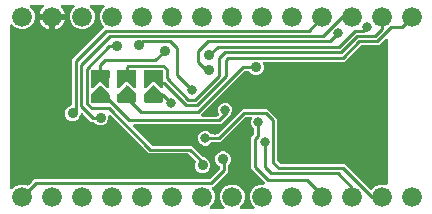
<source format=gbr>
G04 EAGLE Gerber RS-274X export*
G75*
%MOMM*%
%FSLAX34Y34*%
%LPD*%
%INBottom Copper*%
%IPPOS*%
%AMOC8*
5,1,8,0,0,1.08239X$1,22.5*%
G01*
%ADD10C,1.676400*%
%ADD11C,0.381000*%
%ADD12C,0.806400*%
%ADD13C,0.906400*%
%ADD14C,0.254000*%
%ADD15C,0.800100*%

G36*
X183004Y2558D02*
X183004Y2558D01*
X183143Y2571D01*
X183162Y2578D01*
X183182Y2581D01*
X183311Y2632D01*
X183442Y2679D01*
X183459Y2690D01*
X183478Y2698D01*
X183590Y2779D01*
X183705Y2857D01*
X183719Y2873D01*
X183735Y2884D01*
X183824Y2992D01*
X183916Y3096D01*
X183925Y3114D01*
X183938Y3129D01*
X183997Y3255D01*
X184060Y3379D01*
X184065Y3399D01*
X184073Y3417D01*
X184099Y3553D01*
X184130Y3689D01*
X184129Y3710D01*
X184133Y3729D01*
X184124Y3868D01*
X184120Y4007D01*
X184115Y4027D01*
X184113Y4047D01*
X184071Y4179D01*
X184032Y4313D01*
X184022Y4330D01*
X184015Y4349D01*
X183941Y4467D01*
X183870Y4587D01*
X183852Y4608D01*
X183845Y4618D01*
X183830Y4632D01*
X183764Y4707D01*
X181671Y6801D01*
X180085Y10628D01*
X180085Y14772D01*
X181671Y18599D01*
X184601Y21529D01*
X188428Y23115D01*
X192572Y23115D01*
X196399Y21529D01*
X199329Y18599D01*
X200915Y14772D01*
X200915Y10628D01*
X199329Y6801D01*
X197236Y4707D01*
X197151Y4598D01*
X197062Y4491D01*
X197054Y4472D01*
X197041Y4456D01*
X196986Y4328D01*
X196927Y4203D01*
X196923Y4183D01*
X196915Y4164D01*
X196893Y4026D01*
X196867Y3890D01*
X196868Y3870D01*
X196865Y3850D01*
X196878Y3711D01*
X196887Y3573D01*
X196893Y3554D01*
X196895Y3534D01*
X196942Y3402D01*
X196985Y3271D01*
X196996Y3253D01*
X197002Y3234D01*
X197080Y3119D01*
X197155Y3002D01*
X197170Y2988D01*
X197181Y2971D01*
X197285Y2879D01*
X197386Y2784D01*
X197404Y2774D01*
X197419Y2761D01*
X197544Y2697D01*
X197665Y2630D01*
X197685Y2625D01*
X197703Y2616D01*
X197838Y2586D01*
X197973Y2551D01*
X198001Y2549D01*
X198013Y2546D01*
X198033Y2547D01*
X198134Y2541D01*
X208266Y2541D01*
X208404Y2558D01*
X208543Y2571D01*
X208562Y2578D01*
X208582Y2581D01*
X208711Y2632D01*
X208842Y2679D01*
X208859Y2690D01*
X208878Y2698D01*
X208990Y2779D01*
X209105Y2857D01*
X209119Y2873D01*
X209135Y2884D01*
X209224Y2992D01*
X209316Y3096D01*
X209325Y3114D01*
X209338Y3129D01*
X209397Y3255D01*
X209460Y3379D01*
X209465Y3399D01*
X209473Y3417D01*
X209499Y3553D01*
X209530Y3689D01*
X209529Y3710D01*
X209533Y3729D01*
X209524Y3868D01*
X209520Y4007D01*
X209515Y4027D01*
X209513Y4047D01*
X209471Y4179D01*
X209432Y4313D01*
X209422Y4330D01*
X209415Y4349D01*
X209341Y4467D01*
X209270Y4587D01*
X209252Y4608D01*
X209245Y4618D01*
X209230Y4632D01*
X209164Y4707D01*
X207071Y6801D01*
X205485Y10628D01*
X205485Y14772D01*
X207071Y18599D01*
X210001Y21529D01*
X213828Y23115D01*
X216740Y23115D01*
X216878Y23132D01*
X217017Y23145D01*
X217036Y23152D01*
X217056Y23155D01*
X217185Y23206D01*
X217316Y23253D01*
X217333Y23264D01*
X217351Y23272D01*
X217464Y23353D01*
X217579Y23431D01*
X217592Y23447D01*
X217609Y23458D01*
X217697Y23566D01*
X217790Y23670D01*
X217799Y23688D01*
X217812Y23703D01*
X217871Y23829D01*
X217934Y23953D01*
X217939Y23973D01*
X217947Y23991D01*
X217973Y24127D01*
X218004Y24263D01*
X218003Y24284D01*
X218007Y24303D01*
X217998Y24442D01*
X217994Y24581D01*
X217988Y24601D01*
X217987Y24621D01*
X217944Y24753D01*
X217906Y24887D01*
X217895Y24904D01*
X217889Y24923D01*
X217815Y25041D01*
X217744Y25161D01*
X217726Y25182D01*
X217719Y25192D01*
X217704Y25206D01*
X217638Y25281D01*
X208504Y34416D01*
X206197Y36722D01*
X206197Y63080D01*
X208670Y65552D01*
X208730Y65631D01*
X208798Y65703D01*
X208827Y65756D01*
X208864Y65804D01*
X208904Y65895D01*
X208952Y65981D01*
X208967Y66040D01*
X208991Y66095D01*
X209006Y66193D01*
X209031Y66289D01*
X209037Y66389D01*
X209041Y66410D01*
X209039Y66422D01*
X209041Y66450D01*
X209041Y70186D01*
X209029Y70284D01*
X209026Y70383D01*
X209009Y70442D01*
X209001Y70502D01*
X208965Y70594D01*
X208937Y70689D01*
X208907Y70741D01*
X208884Y70797D01*
X208826Y70878D01*
X208776Y70963D01*
X208710Y71038D01*
X208698Y71055D01*
X208688Y71063D01*
X208670Y71084D01*
X207203Y72551D01*
X206279Y74780D01*
X206279Y77192D01*
X206930Y78762D01*
X206943Y78810D01*
X206964Y78855D01*
X206984Y78963D01*
X207014Y79069D01*
X207014Y79119D01*
X207024Y79168D01*
X207017Y79277D01*
X207019Y79387D01*
X207007Y79435D01*
X207004Y79485D01*
X206970Y79589D01*
X206944Y79696D01*
X206921Y79740D01*
X206906Y79787D01*
X206847Y79880D01*
X206796Y79977D01*
X206762Y80014D01*
X206736Y80056D01*
X206656Y80131D01*
X206582Y80213D01*
X206540Y80240D01*
X206504Y80274D01*
X206408Y80327D01*
X206316Y80387D01*
X206269Y80404D01*
X206226Y80428D01*
X206119Y80455D01*
X206015Y80491D01*
X205966Y80495D01*
X205918Y80507D01*
X205757Y80517D01*
X202554Y80517D01*
X202456Y80505D01*
X202357Y80502D01*
X202298Y80485D01*
X202238Y80477D01*
X202146Y80441D01*
X202051Y80413D01*
X201999Y80383D01*
X201943Y80360D01*
X201863Y80302D01*
X201777Y80252D01*
X201702Y80186D01*
X201685Y80174D01*
X201677Y80164D01*
X201656Y80146D01*
X182744Y61234D01*
X180438Y58927D01*
X173395Y58927D01*
X173297Y58915D01*
X173198Y58912D01*
X173140Y58895D01*
X173080Y58887D01*
X172988Y58851D01*
X172893Y58823D01*
X172840Y58793D01*
X172784Y58770D01*
X172704Y58712D01*
X172619Y58662D01*
X172543Y58596D01*
X172527Y58584D01*
X172519Y58574D01*
X172498Y58556D01*
X171058Y57115D01*
X168840Y56197D01*
X166440Y56197D01*
X164222Y57115D01*
X162525Y58812D01*
X161607Y61030D01*
X161607Y63430D01*
X162525Y65648D01*
X164222Y67345D01*
X166440Y68263D01*
X168840Y68263D01*
X171058Y67345D01*
X172498Y65904D01*
X172576Y65844D01*
X172648Y65776D01*
X172701Y65747D01*
X172749Y65710D01*
X172840Y65670D01*
X172927Y65622D01*
X172985Y65607D01*
X173041Y65583D01*
X173139Y65568D01*
X173235Y65543D01*
X173335Y65537D01*
X173355Y65533D01*
X173367Y65535D01*
X173395Y65533D01*
X177176Y65533D01*
X177274Y65545D01*
X177373Y65548D01*
X177432Y65565D01*
X177492Y65573D01*
X177584Y65609D01*
X177679Y65637D01*
X177731Y65667D01*
X177787Y65690D01*
X177867Y65748D01*
X177953Y65798D01*
X178028Y65864D01*
X178045Y65876D01*
X178053Y65886D01*
X178074Y65904D01*
X196986Y84816D01*
X199292Y87123D01*
X220274Y87123D01*
X228569Y78828D01*
X228569Y43582D01*
X228581Y43484D01*
X228584Y43385D01*
X228601Y43326D01*
X228609Y43266D01*
X228645Y43174D01*
X228673Y43079D01*
X228703Y43027D01*
X228726Y42971D01*
X228784Y42890D01*
X228834Y42805D01*
X228900Y42730D01*
X228912Y42713D01*
X228922Y42705D01*
X228940Y42684D01*
X230866Y40758D01*
X230945Y40698D01*
X231017Y40630D01*
X231070Y40601D01*
X231118Y40564D01*
X231209Y40524D01*
X231295Y40476D01*
X231354Y40461D01*
X231409Y40437D01*
X231507Y40422D01*
X231603Y40397D01*
X231703Y40391D01*
X231723Y40387D01*
X231736Y40389D01*
X231764Y40387D01*
X285608Y40387D01*
X307135Y18859D01*
X307230Y18786D01*
X307319Y18707D01*
X307355Y18689D01*
X307387Y18664D01*
X307496Y18617D01*
X307602Y18563D01*
X307641Y18554D01*
X307679Y18538D01*
X307796Y18519D01*
X307912Y18493D01*
X307953Y18494D01*
X307993Y18488D01*
X308111Y18499D01*
X308230Y18503D01*
X308269Y18514D01*
X308309Y18518D01*
X308421Y18558D01*
X308536Y18591D01*
X308570Y18612D01*
X308609Y18625D01*
X308707Y18692D01*
X308810Y18753D01*
X308855Y18792D01*
X308872Y18804D01*
X308885Y18819D01*
X308930Y18859D01*
X311601Y21529D01*
X315428Y23115D01*
X319572Y23115D01*
X320316Y22806D01*
X320364Y22793D01*
X320409Y22772D01*
X320517Y22751D01*
X320623Y22722D01*
X320673Y22722D01*
X320722Y22712D01*
X320831Y22719D01*
X320941Y22717D01*
X320989Y22729D01*
X321039Y22732D01*
X321143Y22766D01*
X321250Y22791D01*
X321294Y22815D01*
X321341Y22830D01*
X321434Y22889D01*
X321531Y22940D01*
X321568Y22974D01*
X321610Y23000D01*
X321685Y23080D01*
X321767Y23154D01*
X321794Y23196D01*
X321828Y23232D01*
X321881Y23328D01*
X321941Y23420D01*
X321958Y23467D01*
X321982Y23510D01*
X322009Y23617D01*
X322045Y23721D01*
X322049Y23770D01*
X322061Y23818D01*
X322071Y23979D01*
X322071Y145413D01*
X322054Y145550D01*
X322041Y145689D01*
X322034Y145708D01*
X322031Y145728D01*
X321980Y145857D01*
X321933Y145988D01*
X321922Y146005D01*
X321914Y146024D01*
X321833Y146136D01*
X321755Y146251D01*
X321739Y146265D01*
X321728Y146281D01*
X321620Y146370D01*
X321516Y146462D01*
X321498Y146471D01*
X321483Y146484D01*
X321357Y146543D01*
X321233Y146606D01*
X321213Y146611D01*
X321195Y146619D01*
X321059Y146646D01*
X320923Y146676D01*
X320902Y146675D01*
X320883Y146679D01*
X320744Y146671D01*
X320605Y146666D01*
X320585Y146661D01*
X320565Y146659D01*
X320433Y146617D01*
X320299Y146578D01*
X320282Y146568D01*
X320263Y146561D01*
X320145Y146487D01*
X320025Y146416D01*
X320004Y146398D01*
X319994Y146391D01*
X319980Y146376D01*
X319905Y146310D01*
X314564Y140969D01*
X299826Y140969D01*
X299728Y140957D01*
X299629Y140954D01*
X299571Y140937D01*
X299511Y140929D01*
X299419Y140893D01*
X299323Y140865D01*
X299271Y140835D01*
X299215Y140812D01*
X299135Y140754D01*
X299050Y140704D01*
X298974Y140638D01*
X298958Y140626D01*
X298950Y140616D01*
X298929Y140598D01*
X285584Y127253D01*
X217660Y127253D01*
X217610Y127247D01*
X217561Y127249D01*
X217453Y127227D01*
X217344Y127213D01*
X217298Y127195D01*
X217249Y127185D01*
X217151Y127137D01*
X217048Y127096D01*
X217008Y127067D01*
X216964Y127045D01*
X216880Y126974D01*
X216791Y126910D01*
X216759Y126871D01*
X216722Y126839D01*
X216658Y126749D01*
X216588Y126665D01*
X216567Y126620D01*
X216539Y126579D01*
X216500Y126476D01*
X216453Y126377D01*
X216443Y126328D01*
X216426Y126282D01*
X216414Y126172D01*
X216393Y126065D01*
X216396Y126015D01*
X216391Y125966D01*
X216406Y125857D01*
X216413Y125747D01*
X216428Y125700D01*
X216435Y125651D01*
X216487Y125498D01*
X217180Y123826D01*
X217180Y121214D01*
X216180Y118801D01*
X214334Y116955D01*
X211921Y115955D01*
X209309Y115955D01*
X206897Y116955D01*
X205006Y118846D01*
X204927Y118906D01*
X204855Y118974D01*
X204802Y119003D01*
X204754Y119040D01*
X204663Y119080D01*
X204577Y119128D01*
X204518Y119143D01*
X204463Y119167D01*
X204365Y119182D01*
X204269Y119207D01*
X204169Y119213D01*
X204148Y119217D01*
X204136Y119215D01*
X204108Y119217D01*
X201079Y119217D01*
X200981Y119205D01*
X200882Y119202D01*
X200823Y119185D01*
X200763Y119177D01*
X200671Y119141D01*
X200576Y119113D01*
X200524Y119083D01*
X200468Y119060D01*
X200388Y119002D01*
X200302Y118952D01*
X200227Y118886D01*
X200210Y118874D01*
X200203Y118864D01*
X200181Y118846D01*
X164235Y82899D01*
X164150Y82790D01*
X164061Y82683D01*
X164053Y82664D01*
X164040Y82648D01*
X163985Y82520D01*
X163926Y82395D01*
X163922Y82375D01*
X163914Y82356D01*
X163892Y82218D01*
X163866Y82082D01*
X163867Y82062D01*
X163864Y82042D01*
X163877Y81903D01*
X163886Y81765D01*
X163892Y81746D01*
X163894Y81726D01*
X163941Y81594D01*
X163984Y81463D01*
X163995Y81445D01*
X164002Y81426D01*
X164080Y81311D01*
X164154Y81194D01*
X164169Y81180D01*
X164180Y81163D01*
X164284Y81071D01*
X164386Y80976D01*
X164403Y80966D01*
X164419Y80953D01*
X164543Y80889D01*
X164664Y80822D01*
X164684Y80817D01*
X164702Y80808D01*
X164838Y80778D01*
X164972Y80743D01*
X165000Y80741D01*
X165012Y80738D01*
X165033Y80739D01*
X165133Y80733D01*
X177390Y80733D01*
X177488Y80745D01*
X177587Y80748D01*
X177646Y80765D01*
X177706Y80773D01*
X177798Y80809D01*
X177893Y80837D01*
X177945Y80867D01*
X178001Y80890D01*
X178081Y80948D01*
X178167Y80998D01*
X178242Y81064D01*
X178259Y81076D01*
X178267Y81086D01*
X178288Y81104D01*
X178910Y81727D01*
X178929Y81751D01*
X178951Y81770D01*
X179026Y81876D01*
X179105Y81979D01*
X179117Y82006D01*
X179134Y82030D01*
X179180Y82151D01*
X179232Y82270D01*
X179236Y82300D01*
X179247Y82327D01*
X179261Y82456D01*
X179282Y82584D01*
X179279Y82614D01*
X179282Y82643D01*
X179264Y82772D01*
X179252Y82901D01*
X179242Y82929D01*
X179238Y82958D01*
X179186Y83110D01*
X178339Y85154D01*
X178339Y87566D01*
X179263Y89795D01*
X180969Y91501D01*
X183198Y92425D01*
X185610Y92425D01*
X187839Y91501D01*
X189545Y89795D01*
X190469Y87566D01*
X190469Y85154D01*
X189708Y83318D01*
X189706Y83309D01*
X189701Y83301D01*
X189664Y83156D01*
X189641Y83073D01*
X189597Y83016D01*
X189593Y83007D01*
X189588Y83000D01*
X189556Y82935D01*
X187817Y81196D01*
X187763Y81164D01*
X187633Y81090D01*
X187626Y81083D01*
X187618Y81079D01*
X187497Y80972D01*
X182958Y76434D01*
X180652Y74127D01*
X107598Y74127D01*
X107460Y74110D01*
X107321Y74097D01*
X107302Y74090D01*
X107282Y74087D01*
X107153Y74036D01*
X107022Y73989D01*
X107005Y73978D01*
X106987Y73970D01*
X106874Y73889D01*
X106759Y73811D01*
X106746Y73795D01*
X106729Y73784D01*
X106641Y73676D01*
X106548Y73572D01*
X106539Y73554D01*
X106526Y73539D01*
X106467Y73413D01*
X106404Y73289D01*
X106399Y73269D01*
X106391Y73251D01*
X106365Y73115D01*
X106334Y72979D01*
X106335Y72958D01*
X106331Y72939D01*
X106340Y72800D01*
X106344Y72661D01*
X106350Y72641D01*
X106351Y72621D01*
X106394Y72489D01*
X106432Y72355D01*
X106443Y72338D01*
X106449Y72319D01*
X106523Y72201D01*
X106594Y72081D01*
X106612Y72060D01*
X106619Y72050D01*
X106634Y72036D01*
X106700Y71961D01*
X122194Y56466D01*
X122273Y56406D01*
X122345Y56338D01*
X122398Y56309D01*
X122446Y56272D01*
X122537Y56232D01*
X122623Y56184D01*
X122682Y56169D01*
X122737Y56145D01*
X122835Y56130D01*
X122931Y56105D01*
X123031Y56099D01*
X123052Y56095D01*
X123064Y56097D01*
X123092Y56095D01*
X156054Y56095D01*
X165628Y46520D01*
X165707Y46460D01*
X165779Y46392D01*
X165832Y46363D01*
X165880Y46326D01*
X165971Y46286D01*
X166057Y46238D01*
X166116Y46223D01*
X166171Y46199D01*
X166269Y46184D01*
X166365Y46159D01*
X166465Y46153D01*
X166486Y46149D01*
X166498Y46151D01*
X166526Y46149D01*
X166660Y46149D01*
X169073Y45149D01*
X170919Y43303D01*
X171919Y40890D01*
X171919Y38278D01*
X170919Y35865D01*
X169073Y34019D01*
X166660Y33019D01*
X164048Y33019D01*
X161635Y34019D01*
X159789Y35865D01*
X158789Y38278D01*
X158789Y40890D01*
X159381Y42318D01*
X159389Y42347D01*
X159402Y42373D01*
X159431Y42500D01*
X159465Y42625D01*
X159465Y42654D01*
X159472Y42683D01*
X159468Y42813D01*
X159470Y42943D01*
X159463Y42972D01*
X159462Y43001D01*
X159426Y43126D01*
X159396Y43252D01*
X159382Y43278D01*
X159374Y43307D01*
X159308Y43418D01*
X159247Y43533D01*
X159227Y43555D01*
X159212Y43581D01*
X159106Y43701D01*
X153690Y49118D01*
X153611Y49178D01*
X153539Y49246D01*
X153486Y49275D01*
X153438Y49312D01*
X153347Y49352D01*
X153261Y49400D01*
X153202Y49415D01*
X153147Y49439D01*
X153049Y49454D01*
X152953Y49479D01*
X152853Y49485D01*
X152832Y49489D01*
X152820Y49487D01*
X152792Y49489D01*
X119830Y49489D01*
X87725Y81594D01*
X87616Y81679D01*
X87509Y81768D01*
X87490Y81776D01*
X87474Y81789D01*
X87346Y81844D01*
X87221Y81903D01*
X87201Y81907D01*
X87182Y81915D01*
X87044Y81937D01*
X86908Y81963D01*
X86888Y81962D01*
X86868Y81965D01*
X86729Y81952D01*
X86591Y81943D01*
X86572Y81937D01*
X86552Y81935D01*
X86420Y81888D01*
X86289Y81845D01*
X86271Y81834D01*
X86252Y81827D01*
X86137Y81749D01*
X86020Y81675D01*
X86006Y81660D01*
X85989Y81649D01*
X85897Y81545D01*
X85802Y81443D01*
X85792Y81426D01*
X85779Y81410D01*
X85715Y81287D01*
X85648Y81165D01*
X85643Y81145D01*
X85634Y81127D01*
X85604Y80991D01*
X85569Y80857D01*
X85567Y80829D01*
X85564Y80817D01*
X85565Y80796D01*
X85559Y80696D01*
X85559Y78490D01*
X84559Y76077D01*
X82713Y74231D01*
X80300Y73231D01*
X77688Y73231D01*
X75275Y74231D01*
X73385Y76122D01*
X73306Y76182D01*
X73234Y76250D01*
X73181Y76279D01*
X73133Y76316D01*
X73042Y76356D01*
X72956Y76404D01*
X72897Y76419D01*
X72841Y76443D01*
X72743Y76458D01*
X72648Y76483D01*
X72548Y76489D01*
X72527Y76493D01*
X72515Y76491D01*
X72487Y76493D01*
X70768Y76493D01*
X68462Y78800D01*
X64103Y83158D01*
X63994Y83243D01*
X63887Y83332D01*
X63868Y83340D01*
X63852Y83353D01*
X63724Y83408D01*
X63599Y83467D01*
X63579Y83471D01*
X63560Y83479D01*
X63422Y83501D01*
X63286Y83527D01*
X63266Y83526D01*
X63246Y83529D01*
X63107Y83516D01*
X62969Y83507D01*
X62950Y83501D01*
X62930Y83499D01*
X62798Y83452D01*
X62667Y83409D01*
X62649Y83398D01*
X62630Y83391D01*
X62515Y83313D01*
X62398Y83239D01*
X62384Y83224D01*
X62367Y83213D01*
X62275Y83109D01*
X62180Y83007D01*
X62170Y82990D01*
X62157Y82974D01*
X62093Y82850D01*
X62026Y82729D01*
X62021Y82709D01*
X62012Y82691D01*
X61982Y82555D01*
X61947Y82421D01*
X61945Y82393D01*
X61942Y82381D01*
X61943Y82360D01*
X61937Y82260D01*
X61937Y82006D01*
X60937Y79593D01*
X59091Y77747D01*
X56678Y76747D01*
X54066Y76747D01*
X51653Y77747D01*
X49807Y79593D01*
X48807Y82006D01*
X48807Y84618D01*
X49807Y87031D01*
X51653Y88877D01*
X53826Y89777D01*
X53851Y89792D01*
X53879Y89801D01*
X53989Y89870D01*
X54102Y89935D01*
X54123Y89955D01*
X54148Y89971D01*
X54237Y90065D01*
X54330Y90156D01*
X54346Y90181D01*
X54366Y90203D01*
X54429Y90316D01*
X54497Y90427D01*
X54505Y90455D01*
X54520Y90481D01*
X54552Y90607D01*
X54590Y90731D01*
X54592Y90760D01*
X54599Y90789D01*
X54609Y90950D01*
X54609Y129130D01*
X81478Y155999D01*
X81551Y156093D01*
X81630Y156182D01*
X81648Y156218D01*
X81673Y156250D01*
X81720Y156359D01*
X81774Y156465D01*
X81783Y156505D01*
X81799Y156542D01*
X81818Y156659D01*
X81844Y156775D01*
X81843Y156816D01*
X81849Y156856D01*
X81838Y156974D01*
X81834Y157093D01*
X81823Y157132D01*
X81819Y157172D01*
X81779Y157284D01*
X81746Y157399D01*
X81725Y157434D01*
X81712Y157472D01*
X81645Y157570D01*
X81584Y157673D01*
X81544Y157718D01*
X81533Y157735D01*
X81518Y157748D01*
X81478Y157794D01*
X80071Y159201D01*
X78485Y163028D01*
X78485Y167172D01*
X80071Y170999D01*
X82164Y173093D01*
X82249Y173202D01*
X82338Y173309D01*
X82346Y173328D01*
X82359Y173344D01*
X82414Y173472D01*
X82473Y173597D01*
X82477Y173617D01*
X82485Y173636D01*
X82507Y173774D01*
X82533Y173910D01*
X82532Y173930D01*
X82535Y173950D01*
X82522Y174089D01*
X82513Y174227D01*
X82507Y174246D01*
X82505Y174266D01*
X82458Y174398D01*
X82415Y174529D01*
X82404Y174547D01*
X82398Y174566D01*
X82320Y174681D01*
X82245Y174798D01*
X82230Y174812D01*
X82219Y174829D01*
X82115Y174921D01*
X82014Y175016D01*
X81996Y175026D01*
X81981Y175039D01*
X81856Y175103D01*
X81735Y175170D01*
X81715Y175175D01*
X81697Y175184D01*
X81562Y175214D01*
X81427Y175249D01*
X81399Y175251D01*
X81387Y175254D01*
X81367Y175253D01*
X81266Y175259D01*
X71134Y175259D01*
X70996Y175242D01*
X70857Y175229D01*
X70838Y175222D01*
X70818Y175219D01*
X70689Y175168D01*
X70558Y175121D01*
X70541Y175110D01*
X70522Y175102D01*
X70410Y175021D01*
X70295Y174943D01*
X70281Y174927D01*
X70265Y174916D01*
X70176Y174808D01*
X70084Y174704D01*
X70075Y174686D01*
X70062Y174671D01*
X70003Y174545D01*
X69940Y174421D01*
X69935Y174401D01*
X69927Y174383D01*
X69901Y174247D01*
X69870Y174111D01*
X69871Y174090D01*
X69867Y174071D01*
X69876Y173932D01*
X69880Y173793D01*
X69885Y173773D01*
X69887Y173753D01*
X69929Y173621D01*
X69968Y173487D01*
X69978Y173470D01*
X69985Y173451D01*
X70059Y173333D01*
X70130Y173213D01*
X70148Y173192D01*
X70155Y173182D01*
X70170Y173168D01*
X70236Y173093D01*
X72329Y170999D01*
X73915Y167172D01*
X73915Y163028D01*
X72329Y159201D01*
X69399Y156271D01*
X65572Y154685D01*
X61428Y154685D01*
X57601Y156271D01*
X54671Y159201D01*
X53085Y163028D01*
X53085Y167172D01*
X54671Y170999D01*
X56764Y173093D01*
X56849Y173202D01*
X56938Y173309D01*
X56946Y173328D01*
X56959Y173344D01*
X57014Y173472D01*
X57073Y173597D01*
X57077Y173617D01*
X57085Y173636D01*
X57107Y173774D01*
X57133Y173910D01*
X57132Y173930D01*
X57135Y173950D01*
X57122Y174089D01*
X57113Y174227D01*
X57107Y174246D01*
X57105Y174266D01*
X57058Y174398D01*
X57015Y174529D01*
X57004Y174547D01*
X56998Y174566D01*
X56920Y174681D01*
X56845Y174798D01*
X56830Y174812D01*
X56819Y174829D01*
X56715Y174921D01*
X56614Y175016D01*
X56596Y175026D01*
X56581Y175039D01*
X56456Y175103D01*
X56335Y175170D01*
X56315Y175175D01*
X56297Y175184D01*
X56162Y175214D01*
X56027Y175249D01*
X55999Y175251D01*
X55987Y175254D01*
X55967Y175253D01*
X55866Y175259D01*
X46452Y175259D01*
X46314Y175242D01*
X46176Y175229D01*
X46157Y175222D01*
X46136Y175219D01*
X46007Y175168D01*
X45876Y175121D01*
X45860Y175110D01*
X45841Y175102D01*
X45729Y175021D01*
X45613Y174943D01*
X45600Y174927D01*
X45583Y174916D01*
X45495Y174808D01*
X45403Y174704D01*
X45394Y174686D01*
X45381Y174671D01*
X45321Y174545D01*
X45258Y174421D01*
X45254Y174401D01*
X45245Y174383D01*
X45219Y174246D01*
X45189Y174111D01*
X45189Y174090D01*
X45185Y174071D01*
X45194Y173932D01*
X45198Y173793D01*
X45204Y173773D01*
X45205Y173753D01*
X45248Y173621D01*
X45287Y173487D01*
X45297Y173470D01*
X45303Y173451D01*
X45377Y173333D01*
X45448Y173213D01*
X45467Y173192D01*
X45473Y173182D01*
X45488Y173168D01*
X45555Y173093D01*
X46431Y172216D01*
X47442Y170825D01*
X48223Y169293D01*
X48754Y167658D01*
X48763Y167599D01*
X39330Y167599D01*
X39212Y167584D01*
X39093Y167577D01*
X39055Y167564D01*
X39015Y167559D01*
X38904Y167516D01*
X38791Y167479D01*
X38757Y167457D01*
X38719Y167442D01*
X38623Y167373D01*
X38522Y167309D01*
X38494Y167279D01*
X38462Y167256D01*
X38386Y167164D01*
X38304Y167077D01*
X38285Y167042D01*
X38259Y167011D01*
X38208Y166903D01*
X38151Y166799D01*
X38141Y166759D01*
X38123Y166723D01*
X38103Y166616D01*
X38099Y166646D01*
X38055Y166756D01*
X38019Y166869D01*
X37997Y166904D01*
X37982Y166941D01*
X37912Y167037D01*
X37849Y167138D01*
X37819Y167166D01*
X37795Y167199D01*
X37704Y167275D01*
X37617Y167356D01*
X37582Y167376D01*
X37550Y167401D01*
X37443Y167452D01*
X37338Y167510D01*
X37299Y167520D01*
X37263Y167537D01*
X37146Y167559D01*
X37030Y167589D01*
X36970Y167593D01*
X36950Y167597D01*
X36930Y167595D01*
X36870Y167599D01*
X27437Y167599D01*
X27446Y167658D01*
X27977Y169293D01*
X28758Y170825D01*
X29769Y172216D01*
X30645Y173093D01*
X30730Y173202D01*
X30819Y173309D01*
X30828Y173328D01*
X30840Y173344D01*
X30896Y173472D01*
X30955Y173597D01*
X30959Y173617D01*
X30967Y173636D01*
X30989Y173774D01*
X31015Y173910D01*
X31013Y173930D01*
X31017Y173950D01*
X31004Y174089D01*
X30995Y174227D01*
X30989Y174246D01*
X30987Y174266D01*
X30940Y174398D01*
X30897Y174529D01*
X30886Y174547D01*
X30879Y174566D01*
X30801Y174681D01*
X30727Y174798D01*
X30712Y174812D01*
X30701Y174829D01*
X30597Y174921D01*
X30495Y175016D01*
X30477Y175026D01*
X30462Y175039D01*
X30338Y175102D01*
X30217Y175170D01*
X30197Y175175D01*
X30179Y175184D01*
X30043Y175214D01*
X29909Y175249D01*
X29881Y175251D01*
X29869Y175254D01*
X29848Y175253D01*
X29748Y175259D01*
X20334Y175259D01*
X20196Y175242D01*
X20057Y175229D01*
X20038Y175222D01*
X20018Y175219D01*
X19889Y175168D01*
X19758Y175121D01*
X19741Y175110D01*
X19722Y175102D01*
X19610Y175021D01*
X19495Y174943D01*
X19481Y174927D01*
X19465Y174916D01*
X19376Y174808D01*
X19284Y174704D01*
X19275Y174686D01*
X19262Y174671D01*
X19203Y174545D01*
X19140Y174421D01*
X19135Y174401D01*
X19127Y174383D01*
X19101Y174247D01*
X19070Y174111D01*
X19071Y174090D01*
X19067Y174071D01*
X19076Y173932D01*
X19080Y173793D01*
X19085Y173773D01*
X19087Y173753D01*
X19129Y173621D01*
X19168Y173487D01*
X19178Y173470D01*
X19185Y173451D01*
X19259Y173333D01*
X19330Y173213D01*
X19348Y173192D01*
X19355Y173182D01*
X19370Y173168D01*
X19436Y173093D01*
X21529Y170999D01*
X23115Y167172D01*
X23115Y163028D01*
X21529Y159201D01*
X18599Y156271D01*
X14772Y154685D01*
X10628Y154685D01*
X6801Y156271D01*
X4707Y158364D01*
X4598Y158449D01*
X4491Y158538D01*
X4472Y158546D01*
X4456Y158559D01*
X4328Y158614D01*
X4203Y158673D01*
X4183Y158677D01*
X4164Y158685D01*
X4026Y158707D01*
X3890Y158733D01*
X3870Y158732D01*
X3850Y158735D01*
X3711Y158722D01*
X3573Y158713D01*
X3554Y158707D01*
X3534Y158705D01*
X3402Y158658D01*
X3271Y158615D01*
X3253Y158604D01*
X3234Y158598D01*
X3119Y158520D01*
X3002Y158445D01*
X2988Y158430D01*
X2971Y158419D01*
X2879Y158315D01*
X2784Y158214D01*
X2774Y158196D01*
X2761Y158181D01*
X2697Y158056D01*
X2630Y157935D01*
X2625Y157915D01*
X2616Y157897D01*
X2586Y157762D01*
X2551Y157627D01*
X2549Y157599D01*
X2546Y157587D01*
X2547Y157567D01*
X2541Y157466D01*
X2541Y20334D01*
X2558Y20196D01*
X2571Y20057D01*
X2578Y20038D01*
X2581Y20018D01*
X2632Y19889D01*
X2679Y19758D01*
X2690Y19741D01*
X2698Y19722D01*
X2779Y19610D01*
X2857Y19495D01*
X2873Y19481D01*
X2884Y19465D01*
X2992Y19376D01*
X3096Y19284D01*
X3114Y19275D01*
X3129Y19262D01*
X3255Y19203D01*
X3379Y19140D01*
X3399Y19135D01*
X3417Y19127D01*
X3553Y19101D01*
X3689Y19070D01*
X3710Y19071D01*
X3729Y19067D01*
X3868Y19076D01*
X4007Y19080D01*
X4027Y19085D01*
X4047Y19087D01*
X4179Y19129D01*
X4313Y19168D01*
X4330Y19178D01*
X4349Y19185D01*
X4467Y19259D01*
X4587Y19330D01*
X4608Y19348D01*
X4618Y19355D01*
X4632Y19370D01*
X4707Y19436D01*
X6801Y21529D01*
X10628Y23115D01*
X14772Y23115D01*
X16585Y22364D01*
X16613Y22356D01*
X16640Y22342D01*
X16766Y22314D01*
X16892Y22280D01*
X16921Y22279D01*
X16950Y22273D01*
X17080Y22277D01*
X17210Y22275D01*
X17238Y22282D01*
X17268Y22282D01*
X17392Y22319D01*
X17519Y22349D01*
X17545Y22363D01*
X17573Y22371D01*
X17685Y22437D01*
X17800Y22498D01*
X17822Y22517D01*
X17847Y22532D01*
X17968Y22639D01*
X20710Y25380D01*
X23016Y27687D01*
X170769Y27687D01*
X170867Y27699D01*
X170966Y27702D01*
X171025Y27719D01*
X171085Y27727D01*
X171177Y27763D01*
X171272Y27791D01*
X171324Y27821D01*
X171380Y27844D01*
X171460Y27902D01*
X171546Y27952D01*
X171621Y28018D01*
X171638Y28030D01*
X171646Y28040D01*
X171667Y28058D01*
X179674Y36065D01*
X179734Y36144D01*
X179802Y36216D01*
X179831Y36269D01*
X179868Y36317D01*
X179908Y36408D01*
X179956Y36494D01*
X179971Y36553D01*
X179995Y36608D01*
X180010Y36706D01*
X180035Y36802D01*
X180041Y36902D01*
X180045Y36923D01*
X180043Y36935D01*
X180045Y36963D01*
X180045Y37819D01*
X180042Y37848D01*
X180044Y37878D01*
X180022Y38006D01*
X180005Y38135D01*
X179995Y38162D01*
X179990Y38191D01*
X179936Y38310D01*
X179888Y38430D01*
X179871Y38454D01*
X179859Y38481D01*
X179778Y38583D01*
X179702Y38688D01*
X179679Y38707D01*
X179660Y38730D01*
X179557Y38808D01*
X179457Y38891D01*
X179430Y38903D01*
X179406Y38921D01*
X179262Y38992D01*
X178907Y39139D01*
X177061Y40985D01*
X176061Y43398D01*
X176061Y46010D01*
X177061Y48423D01*
X178907Y50269D01*
X181320Y51269D01*
X183932Y51269D01*
X186345Y50269D01*
X188191Y48423D01*
X189191Y46010D01*
X189191Y43398D01*
X188191Y40985D01*
X187022Y39817D01*
X186962Y39738D01*
X186894Y39666D01*
X186865Y39613D01*
X186828Y39565D01*
X186788Y39474D01*
X186740Y39388D01*
X186725Y39329D01*
X186701Y39273D01*
X186686Y39175D01*
X186661Y39080D01*
X186655Y38980D01*
X186651Y38959D01*
X186653Y38947D01*
X186651Y38919D01*
X186651Y33701D01*
X173805Y20855D01*
X173788Y20843D01*
X173673Y20765D01*
X173659Y20749D01*
X173643Y20738D01*
X173554Y20630D01*
X173462Y20526D01*
X173453Y20508D01*
X173440Y20493D01*
X173381Y20367D01*
X173318Y20243D01*
X173313Y20223D01*
X173305Y20205D01*
X173279Y20069D01*
X173248Y19933D01*
X173249Y19912D01*
X173245Y19893D01*
X173254Y19754D01*
X173258Y19615D01*
X173263Y19595D01*
X173265Y19575D01*
X173307Y19443D01*
X173346Y19309D01*
X173356Y19292D01*
X173363Y19273D01*
X173437Y19155D01*
X173508Y19035D01*
X173526Y19014D01*
X173533Y19004D01*
X173548Y18990D01*
X173614Y18914D01*
X173929Y18599D01*
X175515Y14772D01*
X175515Y10628D01*
X173929Y6801D01*
X171836Y4707D01*
X171751Y4598D01*
X171662Y4491D01*
X171654Y4472D01*
X171641Y4456D01*
X171586Y4328D01*
X171527Y4203D01*
X171523Y4183D01*
X171515Y4164D01*
X171493Y4026D01*
X171467Y3890D01*
X171468Y3870D01*
X171465Y3850D01*
X171478Y3711D01*
X171487Y3573D01*
X171493Y3554D01*
X171495Y3534D01*
X171542Y3402D01*
X171585Y3271D01*
X171596Y3253D01*
X171602Y3234D01*
X171680Y3119D01*
X171755Y3002D01*
X171770Y2988D01*
X171781Y2971D01*
X171885Y2879D01*
X171986Y2784D01*
X172004Y2774D01*
X172019Y2761D01*
X172144Y2697D01*
X172265Y2630D01*
X172285Y2625D01*
X172303Y2616D01*
X172438Y2586D01*
X172573Y2551D01*
X172601Y2549D01*
X172613Y2546D01*
X172633Y2547D01*
X172734Y2541D01*
X182866Y2541D01*
X183004Y2558D01*
G37*
G36*
X108055Y104648D02*
X108055Y104648D01*
X108074Y104647D01*
X108193Y104678D01*
X108313Y104705D01*
X108330Y104714D01*
X108349Y104719D01*
X108455Y104782D01*
X108563Y104841D01*
X108577Y104854D01*
X108594Y104865D01*
X108678Y104954D01*
X108765Y105040D01*
X108775Y105057D01*
X108788Y105072D01*
X108844Y105181D01*
X108904Y105288D01*
X108909Y105307D01*
X108918Y105325D01*
X108930Y105398D01*
X108969Y105565D01*
X108967Y105616D01*
X108973Y105656D01*
X108973Y119356D01*
X108965Y119414D01*
X108967Y119472D01*
X108945Y119554D01*
X108933Y119638D01*
X108910Y119691D01*
X108895Y119747D01*
X108852Y119820D01*
X108817Y119897D01*
X108779Y119942D01*
X108750Y119992D01*
X108688Y120050D01*
X108634Y120114D01*
X108585Y120146D01*
X108542Y120186D01*
X108467Y120225D01*
X108397Y120272D01*
X108341Y120289D01*
X108289Y120316D01*
X108221Y120327D01*
X108126Y120357D01*
X108026Y120360D01*
X107958Y120371D01*
X94226Y120371D01*
X94168Y120363D01*
X94110Y120365D01*
X94028Y120343D01*
X93945Y120331D01*
X93891Y120308D01*
X93835Y120293D01*
X93762Y120250D01*
X93685Y120215D01*
X93640Y120177D01*
X93590Y120148D01*
X93532Y120086D01*
X93468Y120032D01*
X93436Y119983D01*
X93396Y119940D01*
X93357Y119865D01*
X93311Y119795D01*
X93293Y119739D01*
X93266Y119687D01*
X93255Y119619D01*
X93225Y119524D01*
X93222Y119424D01*
X93211Y119356D01*
X93211Y105656D01*
X93214Y105637D01*
X93212Y105617D01*
X93233Y105496D01*
X93251Y105375D01*
X93259Y105357D01*
X93262Y105337D01*
X93317Y105227D01*
X93367Y105115D01*
X93380Y105100D01*
X93388Y105082D01*
X93471Y104992D01*
X93551Y104898D01*
X93567Y104887D01*
X93580Y104873D01*
X93685Y104809D01*
X93787Y104741D01*
X93806Y104735D01*
X93823Y104724D01*
X93941Y104692D01*
X94058Y104655D01*
X94078Y104654D01*
X94097Y104649D01*
X94219Y104651D01*
X94342Y104647D01*
X94361Y104652D01*
X94381Y104653D01*
X94499Y104688D01*
X94617Y104719D01*
X94634Y104729D01*
X94653Y104735D01*
X94714Y104777D01*
X94862Y104865D01*
X94897Y104902D01*
X94930Y104925D01*
X101092Y110859D01*
X107254Y104925D01*
X107270Y104913D01*
X107283Y104898D01*
X107385Y104830D01*
X107484Y104758D01*
X107503Y104751D01*
X107519Y104741D01*
X107636Y104703D01*
X107752Y104662D01*
X107771Y104661D01*
X107790Y104655D01*
X107913Y104652D01*
X108035Y104644D01*
X108055Y104648D01*
G37*
G36*
X130661Y104648D02*
X130661Y104648D01*
X130680Y104647D01*
X130799Y104678D01*
X130919Y104705D01*
X130936Y104714D01*
X130955Y104719D01*
X131061Y104782D01*
X131169Y104841D01*
X131183Y104854D01*
X131200Y104865D01*
X131284Y104954D01*
X131371Y105040D01*
X131381Y105057D01*
X131394Y105072D01*
X131450Y105181D01*
X131510Y105288D01*
X131515Y105307D01*
X131524Y105325D01*
X131536Y105398D01*
X131575Y105565D01*
X131573Y105616D01*
X131579Y105656D01*
X131579Y119356D01*
X131571Y119414D01*
X131573Y119472D01*
X131551Y119554D01*
X131539Y119638D01*
X131516Y119691D01*
X131501Y119747D01*
X131458Y119820D01*
X131423Y119897D01*
X131385Y119942D01*
X131356Y119992D01*
X131294Y120050D01*
X131240Y120114D01*
X131191Y120146D01*
X131148Y120186D01*
X131073Y120225D01*
X131003Y120272D01*
X130947Y120289D01*
X130895Y120316D01*
X130827Y120327D01*
X130732Y120357D01*
X130632Y120360D01*
X130564Y120371D01*
X116832Y120371D01*
X116774Y120363D01*
X116716Y120365D01*
X116634Y120343D01*
X116551Y120331D01*
X116497Y120308D01*
X116441Y120293D01*
X116368Y120250D01*
X116291Y120215D01*
X116246Y120177D01*
X116196Y120148D01*
X116138Y120086D01*
X116074Y120032D01*
X116042Y119983D01*
X116002Y119940D01*
X115963Y119865D01*
X115917Y119795D01*
X115899Y119739D01*
X115872Y119687D01*
X115861Y119619D01*
X115831Y119524D01*
X115828Y119424D01*
X115817Y119356D01*
X115817Y105656D01*
X115820Y105637D01*
X115818Y105617D01*
X115839Y105496D01*
X115857Y105375D01*
X115865Y105357D01*
X115868Y105337D01*
X115923Y105227D01*
X115973Y105115D01*
X115986Y105100D01*
X115994Y105082D01*
X116077Y104992D01*
X116157Y104898D01*
X116173Y104887D01*
X116186Y104873D01*
X116291Y104809D01*
X116393Y104741D01*
X116412Y104735D01*
X116429Y104724D01*
X116547Y104692D01*
X116664Y104655D01*
X116684Y104654D01*
X116703Y104649D01*
X116825Y104651D01*
X116948Y104647D01*
X116967Y104652D01*
X116987Y104653D01*
X117105Y104688D01*
X117223Y104719D01*
X117240Y104729D01*
X117259Y104735D01*
X117320Y104777D01*
X117468Y104865D01*
X117503Y104902D01*
X117536Y104925D01*
X123698Y110859D01*
X129860Y104925D01*
X129876Y104913D01*
X129889Y104898D01*
X129991Y104830D01*
X130090Y104758D01*
X130109Y104751D01*
X130125Y104741D01*
X130242Y104703D01*
X130358Y104662D01*
X130377Y104661D01*
X130396Y104655D01*
X130519Y104652D01*
X130641Y104644D01*
X130661Y104648D01*
G37*
G36*
X85449Y104648D02*
X85449Y104648D01*
X85468Y104647D01*
X85587Y104678D01*
X85707Y104705D01*
X85724Y104714D01*
X85743Y104719D01*
X85849Y104782D01*
X85957Y104841D01*
X85971Y104854D01*
X85988Y104864D01*
X86072Y104954D01*
X86159Y105040D01*
X86169Y105057D01*
X86182Y105072D01*
X86238Y105181D01*
X86298Y105288D01*
X86303Y105307D01*
X86312Y105325D01*
X86324Y105398D01*
X86363Y105565D01*
X86361Y105616D01*
X86367Y105656D01*
X86367Y119356D01*
X86359Y119414D01*
X86361Y119472D01*
X86339Y119554D01*
X86327Y119637D01*
X86304Y119691D01*
X86289Y119747D01*
X86246Y119820D01*
X86211Y119897D01*
X86173Y119942D01*
X86144Y119992D01*
X86082Y120050D01*
X86028Y120114D01*
X85979Y120146D01*
X85936Y120186D01*
X85861Y120225D01*
X85791Y120271D01*
X85735Y120289D01*
X85683Y120316D01*
X85615Y120327D01*
X85520Y120357D01*
X85420Y120360D01*
X85352Y120371D01*
X71620Y120371D01*
X71562Y120363D01*
X71504Y120365D01*
X71422Y120343D01*
X71339Y120331D01*
X71285Y120307D01*
X71229Y120293D01*
X71156Y120250D01*
X71079Y120215D01*
X71034Y120177D01*
X70984Y120147D01*
X70926Y120086D01*
X70862Y120031D01*
X70830Y119983D01*
X70790Y119940D01*
X70751Y119865D01*
X70705Y119795D01*
X70687Y119739D01*
X70660Y119687D01*
X70649Y119619D01*
X70619Y119524D01*
X70616Y119424D01*
X70605Y119356D01*
X70605Y105656D01*
X70608Y105636D01*
X70606Y105617D01*
X70627Y105496D01*
X70645Y105374D01*
X70653Y105357D01*
X70656Y105337D01*
X70711Y105227D01*
X70761Y105115D01*
X70774Y105100D01*
X70782Y105082D01*
X70865Y104991D01*
X70945Y104898D01*
X70961Y104887D01*
X70974Y104873D01*
X71079Y104809D01*
X71181Y104740D01*
X71200Y104735D01*
X71217Y104724D01*
X71335Y104692D01*
X71452Y104655D01*
X71472Y104654D01*
X71491Y104649D01*
X71613Y104651D01*
X71736Y104647D01*
X71755Y104652D01*
X71775Y104653D01*
X71893Y104688D01*
X72011Y104719D01*
X72028Y104729D01*
X72047Y104735D01*
X72108Y104777D01*
X72256Y104864D01*
X72291Y104902D01*
X72324Y104925D01*
X78486Y110859D01*
X84648Y104925D01*
X84664Y104913D01*
X84677Y104898D01*
X84779Y104830D01*
X84878Y104758D01*
X84897Y104751D01*
X84913Y104740D01*
X85030Y104703D01*
X85146Y104662D01*
X85165Y104661D01*
X85184Y104655D01*
X85307Y104652D01*
X85429Y104644D01*
X85449Y104648D01*
G37*
G36*
X108016Y92489D02*
X108016Y92489D01*
X108074Y92487D01*
X108156Y92509D01*
X108240Y92521D01*
X108293Y92545D01*
X108349Y92559D01*
X108422Y92602D01*
X108499Y92637D01*
X108544Y92675D01*
X108594Y92705D01*
X108652Y92766D01*
X108716Y92821D01*
X108748Y92869D01*
X108788Y92912D01*
X108827Y92987D01*
X108874Y93057D01*
X108891Y93113D01*
X108918Y93165D01*
X108929Y93233D01*
X108959Y93328D01*
X108962Y93428D01*
X108973Y93496D01*
X108973Y99711D01*
X108958Y99816D01*
X108951Y99923D01*
X108939Y99957D01*
X108933Y99993D01*
X108890Y100090D01*
X108853Y100190D01*
X108834Y100215D01*
X108817Y100252D01*
X108684Y100410D01*
X108648Y100456D01*
X101782Y106822D01*
X101750Y106844D01*
X101723Y106872D01*
X101634Y106925D01*
X101549Y106984D01*
X101512Y106996D01*
X101478Y107016D01*
X101378Y107042D01*
X101280Y107075D01*
X101240Y107077D01*
X101202Y107086D01*
X101099Y107083D01*
X100996Y107088D01*
X100957Y107078D01*
X100918Y107077D01*
X100820Y107045D01*
X100719Y107021D01*
X100685Y107002D01*
X100647Y106990D01*
X100584Y106945D01*
X100472Y106881D01*
X100420Y106827D01*
X100374Y106795D01*
X93508Y99929D01*
X93456Y99859D01*
X93396Y99795D01*
X93370Y99746D01*
X93337Y99702D01*
X93306Y99620D01*
X93266Y99542D01*
X93258Y99495D01*
X93236Y99436D01*
X93224Y99288D01*
X93211Y99211D01*
X93211Y93496D01*
X93219Y93438D01*
X93217Y93380D01*
X93239Y93298D01*
X93251Y93215D01*
X93275Y93161D01*
X93289Y93105D01*
X93332Y93032D01*
X93367Y92955D01*
X93405Y92910D01*
X93435Y92860D01*
X93496Y92802D01*
X93551Y92738D01*
X93599Y92706D01*
X93642Y92666D01*
X93717Y92627D01*
X93787Y92581D01*
X93843Y92563D01*
X93895Y92536D01*
X93963Y92525D01*
X94058Y92495D01*
X94158Y92492D01*
X94226Y92481D01*
X107958Y92481D01*
X108016Y92489D01*
G37*
G36*
X130622Y92489D02*
X130622Y92489D01*
X130680Y92487D01*
X130762Y92509D01*
X130846Y92521D01*
X130899Y92545D01*
X130955Y92559D01*
X131028Y92602D01*
X131105Y92637D01*
X131150Y92675D01*
X131200Y92705D01*
X131258Y92766D01*
X131322Y92821D01*
X131354Y92869D01*
X131394Y92912D01*
X131433Y92987D01*
X131480Y93057D01*
X131497Y93113D01*
X131524Y93165D01*
X131535Y93233D01*
X131565Y93328D01*
X131568Y93428D01*
X131579Y93496D01*
X131579Y99711D01*
X131564Y99816D01*
X131557Y99923D01*
X131545Y99957D01*
X131539Y99993D01*
X131496Y100090D01*
X131459Y100190D01*
X131440Y100215D01*
X131423Y100252D01*
X131290Y100410D01*
X131254Y100456D01*
X124388Y106822D01*
X124356Y106844D01*
X124329Y106872D01*
X124240Y106925D01*
X124155Y106984D01*
X124118Y106996D01*
X124084Y107016D01*
X123984Y107042D01*
X123886Y107075D01*
X123846Y107077D01*
X123808Y107086D01*
X123705Y107083D01*
X123602Y107088D01*
X123563Y107078D01*
X123524Y107077D01*
X123426Y107045D01*
X123325Y107021D01*
X123291Y107002D01*
X123253Y106990D01*
X123190Y106945D01*
X123078Y106881D01*
X123026Y106827D01*
X122980Y106795D01*
X116114Y99929D01*
X116062Y99859D01*
X116002Y99795D01*
X115976Y99746D01*
X115943Y99702D01*
X115912Y99620D01*
X115872Y99542D01*
X115864Y99495D01*
X115842Y99436D01*
X115830Y99288D01*
X115817Y99211D01*
X115817Y93496D01*
X115825Y93438D01*
X115823Y93380D01*
X115845Y93298D01*
X115857Y93215D01*
X115881Y93161D01*
X115895Y93105D01*
X115938Y93032D01*
X115973Y92955D01*
X116011Y92910D01*
X116041Y92860D01*
X116102Y92802D01*
X116157Y92738D01*
X116205Y92706D01*
X116248Y92666D01*
X116323Y92627D01*
X116393Y92581D01*
X116449Y92563D01*
X116501Y92536D01*
X116569Y92525D01*
X116664Y92495D01*
X116764Y92492D01*
X116832Y92481D01*
X130564Y92481D01*
X130622Y92489D01*
G37*
G36*
X85410Y92489D02*
X85410Y92489D01*
X85468Y92487D01*
X85550Y92509D01*
X85634Y92521D01*
X85687Y92544D01*
X85743Y92559D01*
X85816Y92602D01*
X85893Y92637D01*
X85938Y92675D01*
X85988Y92704D01*
X86046Y92766D01*
X86110Y92820D01*
X86142Y92869D01*
X86182Y92912D01*
X86221Y92987D01*
X86268Y93057D01*
X86285Y93113D01*
X86312Y93165D01*
X86323Y93233D01*
X86353Y93328D01*
X86356Y93428D01*
X86367Y93496D01*
X86367Y99711D01*
X86352Y99816D01*
X86345Y99923D01*
X86333Y99957D01*
X86327Y99992D01*
X86284Y100090D01*
X86247Y100190D01*
X86228Y100215D01*
X86211Y100252D01*
X86078Y100410D01*
X86042Y100455D01*
X79176Y106821D01*
X79144Y106844D01*
X79117Y106872D01*
X79028Y106925D01*
X78943Y106984D01*
X78906Y106996D01*
X78872Y107016D01*
X78772Y107042D01*
X78674Y107075D01*
X78634Y107077D01*
X78596Y107086D01*
X78493Y107083D01*
X78390Y107088D01*
X78351Y107078D01*
X78312Y107077D01*
X78214Y107045D01*
X78113Y107021D01*
X78079Y107002D01*
X78041Y106990D01*
X77978Y106945D01*
X77866Y106881D01*
X77814Y106827D01*
X77768Y106795D01*
X70902Y99929D01*
X70850Y99859D01*
X70790Y99795D01*
X70764Y99746D01*
X70731Y99702D01*
X70700Y99620D01*
X70660Y99542D01*
X70652Y99494D01*
X70630Y99436D01*
X70618Y99288D01*
X70605Y99211D01*
X70605Y93496D01*
X70613Y93438D01*
X70611Y93380D01*
X70633Y93298D01*
X70645Y93214D01*
X70669Y93161D01*
X70683Y93105D01*
X70726Y93032D01*
X70761Y92955D01*
X70799Y92910D01*
X70829Y92860D01*
X70890Y92802D01*
X70945Y92738D01*
X70993Y92706D01*
X71036Y92666D01*
X71111Y92627D01*
X71181Y92580D01*
X71237Y92563D01*
X71289Y92536D01*
X71357Y92525D01*
X71452Y92495D01*
X71552Y92492D01*
X71620Y92481D01*
X85352Y92481D01*
X85410Y92489D01*
G37*
%LPC*%
G36*
X40599Y162601D02*
X40599Y162601D01*
X48763Y162601D01*
X48754Y162542D01*
X48223Y160907D01*
X47442Y159375D01*
X46431Y157984D01*
X45216Y156769D01*
X43825Y155758D01*
X42293Y154977D01*
X40658Y154446D01*
X40599Y154437D01*
X40599Y162601D01*
G37*
%LPD*%
%LPC*%
G36*
X35542Y154446D02*
X35542Y154446D01*
X33907Y154977D01*
X32375Y155758D01*
X30984Y156769D01*
X29769Y157984D01*
X28758Y159375D01*
X27977Y160907D01*
X27446Y162542D01*
X27437Y162601D01*
X35601Y162601D01*
X35601Y154437D01*
X35542Y154446D01*
G37*
%LPD*%
D10*
X12700Y165100D03*
X38100Y165100D03*
X63500Y165100D03*
X88900Y165100D03*
X114300Y165100D03*
X139700Y165100D03*
X165100Y165100D03*
X190500Y165100D03*
X215900Y165100D03*
X241300Y165100D03*
X266700Y165100D03*
X292100Y165100D03*
X317500Y165100D03*
X342900Y165100D03*
X342900Y12700D03*
X317500Y12700D03*
X292100Y12700D03*
X266700Y12700D03*
X241300Y12700D03*
X215900Y12700D03*
X190500Y12700D03*
X165100Y12700D03*
X139700Y12700D03*
X114300Y12700D03*
X88900Y12700D03*
X63500Y12700D03*
X38100Y12700D03*
X12700Y12700D03*
D11*
X129413Y94361D02*
X129413Y98171D01*
X129413Y94361D02*
X117983Y94361D01*
X117983Y98171D01*
X129413Y98171D01*
X129413Y97980D02*
X117983Y97980D01*
X129413Y114681D02*
X129413Y118491D01*
X129413Y114681D02*
X117983Y114681D01*
X117983Y118491D01*
X129413Y118491D01*
X129413Y118300D02*
X117983Y118300D01*
X106807Y98171D02*
X106807Y94361D01*
X95377Y94361D01*
X95377Y98171D01*
X106807Y98171D01*
X106807Y97980D02*
X95377Y97980D01*
X106807Y114681D02*
X106807Y118491D01*
X106807Y114681D02*
X95377Y114681D01*
X95377Y118491D01*
X106807Y118491D01*
X106807Y118300D02*
X95377Y118300D01*
X84201Y98171D02*
X84201Y94361D01*
X72771Y94361D01*
X72771Y98171D01*
X84201Y98171D01*
X84201Y97980D02*
X72771Y97980D01*
X84201Y114681D02*
X84201Y118491D01*
X84201Y114681D02*
X72771Y114681D01*
X72771Y118491D01*
X84201Y118491D01*
X84201Y118300D02*
X72771Y118300D01*
D12*
X211074Y106426D03*
D13*
X298196Y117348D03*
X298196Y90678D03*
X298196Y62738D03*
X251714Y60960D03*
X251206Y117348D03*
X274320Y117348D03*
X274320Y61976D03*
X41910Y109474D03*
X45212Y134620D03*
X29210Y73660D03*
X88900Y73660D03*
X140970Y63500D03*
X140970Y44450D03*
D12*
X174244Y86106D03*
X175514Y69596D03*
D13*
X64770Y73660D03*
D12*
X203454Y70866D03*
X217932Y59182D03*
D14*
X217932Y37592D01*
X223012Y32512D01*
X279908Y32512D02*
X292100Y20320D01*
X292100Y12700D01*
X279908Y32512D02*
X223012Y32512D01*
X308624Y12700D02*
X317500Y12700D01*
X308624Y12700D02*
X284240Y37084D01*
X229870Y37084D01*
X225266Y41688D01*
X225266Y77460D01*
X200660Y83820D02*
X179070Y62230D01*
X167640Y62230D01*
D15*
X167640Y62230D03*
D14*
X218906Y83820D02*
X225266Y77460D01*
X218906Y83820D02*
X200660Y83820D01*
D12*
X212344Y75986D03*
D14*
X266700Y13970D02*
X266700Y12700D01*
X266700Y13970D02*
X254000Y26670D01*
X220920Y26670D01*
X209500Y38090D01*
X212344Y64556D02*
X212344Y75986D01*
X212344Y64556D02*
X209500Y61712D01*
X209500Y38090D01*
X255016Y153416D02*
X266700Y165100D01*
X83566Y153416D02*
X57912Y127762D01*
X57912Y85852D01*
X55372Y83312D01*
D13*
X55372Y83312D03*
D14*
X83566Y153416D02*
X255016Y153416D01*
X283224Y165100D02*
X292100Y165100D01*
X283224Y165100D02*
X266968Y148844D01*
X86730Y148844D02*
X62484Y124598D01*
X62484Y89448D02*
X72136Y79796D01*
X78994Y79796D01*
D13*
X78994Y79796D03*
D14*
X62484Y89448D02*
X62484Y124598D01*
X86730Y148844D02*
X266968Y148844D01*
X24384Y24384D02*
X12700Y12700D01*
D13*
X182626Y44704D03*
D14*
X182626Y42281D02*
X183348Y41559D01*
X182626Y42281D02*
X182626Y44704D01*
X172663Y24384D02*
X24384Y24384D01*
X172663Y24384D02*
X183348Y35069D01*
X183348Y41559D01*
D13*
X165354Y39584D03*
X92964Y140462D03*
D14*
X67302Y91704D02*
X71376Y87630D01*
X67302Y91704D02*
X67302Y121402D01*
X71376Y87630D02*
X86360Y87630D01*
X86362Y140462D02*
X92964Y140462D01*
X86362Y140462D02*
X67302Y121402D01*
X165354Y42124D02*
X165354Y39584D01*
X165354Y42124D02*
X154686Y52792D01*
X121198Y52792D01*
X86360Y87630D01*
D12*
X138430Y92202D03*
D14*
X131789Y98843D01*
X129212Y96266D02*
X123698Y96266D01*
X129212Y96266D02*
X131789Y98843D01*
D12*
X280162Y151583D03*
D14*
X272851Y144272D01*
D13*
X170942Y120142D03*
D14*
X161838Y136341D02*
X169769Y144272D01*
X170942Y120142D02*
X168245Y120142D01*
X161838Y126549D01*
X169769Y144272D02*
X272851Y144272D01*
X161838Y136341D02*
X161838Y126549D01*
D12*
X304800Y156663D03*
D14*
X301553Y153416D01*
X280429Y139700D02*
X178054Y139700D01*
X280429Y139700D02*
X294145Y153416D01*
X301553Y153416D01*
D13*
X170942Y132588D03*
D14*
X178054Y139700D01*
D12*
X184404Y86360D03*
D14*
X84190Y96266D02*
X78486Y96266D01*
X84190Y96266D02*
X103026Y77430D01*
X184404Y86360D02*
X186309Y84455D01*
X179284Y77430D01*
X103026Y77430D01*
D13*
X210615Y122520D03*
D14*
X112816Y84542D02*
X101092Y96266D01*
X112816Y84542D02*
X161207Y84542D01*
X199185Y122520D02*
X210615Y122520D01*
X199185Y122520D02*
X161207Y84542D01*
D12*
X156210Y102870D03*
D13*
X111760Y140970D03*
D14*
X115062Y144272D02*
X137922Y144272D01*
X115062Y144272D02*
X111760Y140970D01*
X137922Y144272D02*
X143510Y138684D01*
X143510Y115570D01*
X156210Y102870D01*
D13*
X133350Y136398D03*
D14*
X125349Y128397D01*
X82677Y128397D02*
X78486Y124206D01*
X78486Y116586D01*
X82677Y128397D02*
X125349Y128397D01*
X334010Y156210D02*
X342900Y165100D01*
X334010Y156210D02*
X325134Y156210D01*
X313196Y144272D01*
X297932Y144272D01*
X132548Y108966D02*
X131318Y108966D01*
X123698Y116586D01*
X132548Y108966D02*
X151130Y90384D01*
X160583Y90384D01*
X185001Y114802D02*
X185001Y128305D01*
X187252Y130556D01*
X185001Y114802D02*
X160583Y90384D01*
X187252Y130556D02*
X284216Y130556D01*
X297932Y144272D01*
X317500Y155181D02*
X317500Y165100D01*
X317500Y155181D02*
X311163Y148844D01*
X296039Y148844D01*
X282323Y135128D02*
X184088Y135128D01*
X282323Y135128D02*
X296039Y148844D01*
X101981Y123825D02*
X101092Y122936D01*
X101092Y116586D01*
X101981Y123825D02*
X132188Y123825D01*
X134882Y121131D02*
X134882Y113098D01*
X134882Y121131D02*
X132188Y123825D01*
X134882Y113098D02*
X153024Y94956D01*
X158690Y94956D01*
X179159Y115426D01*
X179159Y130199D01*
X184088Y135128D01*
M02*

</source>
